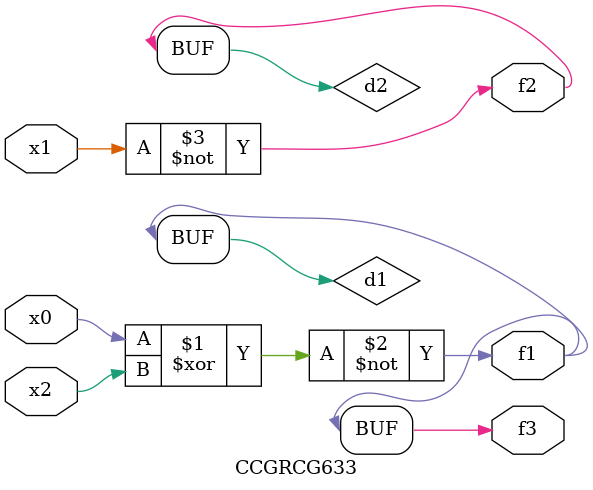
<source format=v>
module CCGRCG633(
	input x0, x1, x2,
	output f1, f2, f3
);

	wire d1, d2, d3;

	xnor (d1, x0, x2);
	nand (d2, x1);
	nor (d3, x1, x2);
	assign f1 = d1;
	assign f2 = d2;
	assign f3 = d1;
endmodule

</source>
